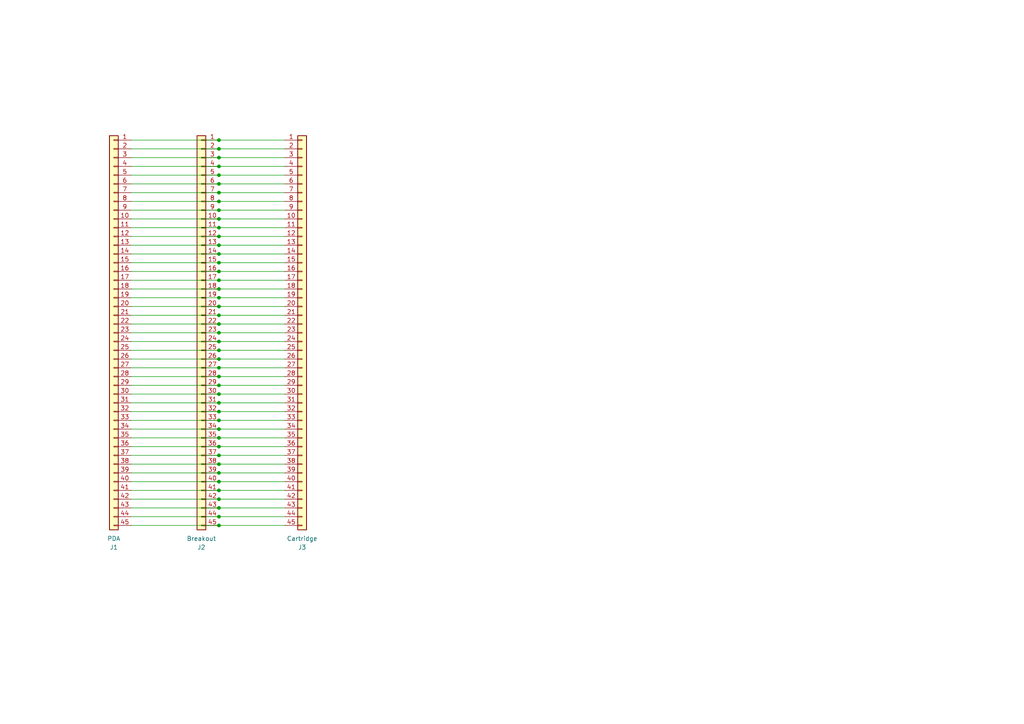
<source format=kicad_sch>
(kicad_sch (version 20231120) (generator "eeschema") (generator_version "8.0")
  (paper "A4")
  (lib_symbols
    (symbol "Connector_Generic:Conn_01x45" (pin_names (offset 1.016) hide)
      (property "Reference" "J" (at 0 58.42 0))
      (property "Value" "Conn_01x45" (at 0 -58.42 0))
      (symbol "Conn_01x45_1_1"
        (rectangle (start -1.27 -55.753) (end 0 -56.007) (stroke (width 0.1524)))
        (rectangle (start -1.27 -53.213) (end 0 -53.467) (stroke (width 0.1524)))
        (rectangle (start -1.27 -50.673) (end 0 -50.927) (stroke (width 0.1524)))
        (rectangle (start -1.27 -48.133) (end 0 -48.387) (stroke (width 0.1524)))
        (rectangle (start -1.27 -45.593) (end 0 -45.847) (stroke (width 0.1524)))
        (rectangle (start -1.27 -43.053) (end 0 -43.307) (stroke (width 0.1524)))
        (rectangle (start -1.27 -40.513) (end 0 -40.767) (stroke (width 0.1524)))
        (rectangle (start -1.27 -37.973) (end 0 -38.227) (stroke (width 0.1524)))
        (rectangle (start -1.27 -35.433) (end 0 -35.687) (stroke (width 0.1524)))
        (rectangle (start -1.27 -32.893) (end 0 -33.147) (stroke (width 0.1524)))
        (rectangle (start -1.27 -30.353) (end 0 -30.607) (stroke (width 0.1524)))
        (rectangle (start -1.27 -27.813) (end 0 -28.067) (stroke (width 0.1524)))
        (rectangle (start -1.27 -25.273) (end 0 -25.527) (stroke (width 0.1524)))
        (rectangle (start -1.27 -22.733) (end 0 -22.987) (stroke (width 0.1524)))
        (rectangle (start -1.27 -20.193) (end 0 -20.447) (stroke (width 0.1524)))
        (rectangle (start -1.27 -17.653) (end 0 -17.907) (stroke (width 0.1524)))
        (rectangle (start -1.27 -15.113) (end 0 -15.367) (stroke (width 0.1524)))
        (rectangle (start -1.27 -12.573) (end 0 -12.827) (stroke (width 0.1524)))
        (rectangle (start -1.27 -10.033) (end 0 -10.287) (stroke (width 0.1524)))
        (rectangle (start -1.27 -7.493) (end 0 -7.747) (stroke (width 0.1524)))
        (rectangle (start -1.27 -4.953) (end 0 -5.207) (stroke (width 0.1524)))
        (rectangle (start -1.27 -2.413) (end 0 -2.667) (stroke (width 0.1524)))
        (rectangle (start -1.27 0.127) (end 0 -0.127) (stroke (width 0.1524)))
        (rectangle (start -1.27 2.667) (end 0 2.413) (stroke (width 0.1524)))
        (rectangle (start -1.27 5.207) (end 0 4.953) (stroke (width 0.1524)))
        (rectangle (start -1.27 7.747) (end 0 7.493) (stroke (width 0.1524)))
        (rectangle (start -1.27 10.287) (end 0 10.033) (stroke (width 0.1524)))
        (rectangle (start -1.27 12.827) (end 0 12.573) (stroke (width 0.1524)))
        (rectangle (start -1.27 15.367) (end 0 15.113) (stroke (width 0.1524)))
        (rectangle (start -1.27 17.907) (end 0 17.653) (stroke (width 0.1524)))
        (rectangle (start -1.27 20.447) (end 0 20.193) (stroke (width 0.1524)))
        (rectangle (start -1.27 22.987) (end 0 22.733) (stroke (width 0.1524)))
        (rectangle (start -1.27 25.527) (end 0 25.273) (stroke (width 0.1524)))
        (rectangle (start -1.27 28.067) (end 0 27.813) (stroke (width 0.1524)))
        (rectangle (start -1.27 30.607) (end 0 30.353) (stroke (width 0.1524)))
        (rectangle (start -1.27 33.147) (end 0 32.893) (stroke (width 0.1524)))
        (rectangle (start -1.27 35.687) (end 0 35.433) (stroke (width 0.1524)))
        (rectangle (start -1.27 38.227) (end 0 37.973) (stroke (width 0.1524)))
        (rectangle (start -1.27 40.767) (end 0 40.513) (stroke (width 0.1524)))
        (rectangle (start -1.27 43.307) (end 0 43.053) (stroke (width 0.1524)))
        (rectangle (start -1.27 45.847) (end 0 45.593) (stroke (width 0.1524)))
        (rectangle (start -1.27 48.387) (end 0 48.133) (stroke (width 0.1524)))
        (rectangle (start -1.27 50.927) (end 0 50.673) (stroke (width 0.1524)))
        (rectangle (start -1.27 53.467) (end 0 53.213) (stroke (width 0.1524)))
        (rectangle (start -1.27 56.007) (end 0 55.753) (stroke (width 0.1524)))
        (rectangle (start -1.27 57.15) (end 1.27 -57.15) (stroke (width 0.254)) (fill (type background)))
        (pin passive line (at -5.08 55.88 0) (length 3.81) (name "Pin_1") (number "1"))
        (pin passive line (at -5.08 33.02 0) (length 3.81) (name "Pin_10") (number "10"))
        (pin passive line (at -5.08 30.48 0) (length 3.81) (name "Pin_11") (number "11"))
        (pin passive line (at -5.08 27.94 0) (length 3.81) (name "Pin_12") (number "12"))
        (pin passive line (at -5.08 25.4 0) (length 3.81) (name "Pin_13") (number "13"))
        (pin passive line (at -5.08 22.86 0) (length 3.81) (name "Pin_14") (number "14"))
        (pin passive line (at -5.08 20.32 0) (length 3.81) (name "Pin_15") (number "15"))
        (pin passive line (at -5.08 17.78 0) (length 3.81) (name "Pin_16") (number "16"))
        (pin passive line (at -5.08 15.24 0) (length 3.81) (name "Pin_17") (number "17"))
        (pin passive line (at -5.08 12.7 0) (length 3.81) (name "Pin_18") (number "18"))
        (pin passive line (at -5.08 10.16 0) (length 3.81) (name "Pin_19") (number "19"))
        (pin passive line (at -5.08 53.34 0) (length 3.81) (name "Pin_2") (number "2"))
        (pin passive line (at -5.08 7.62 0) (length 3.81) (name "Pin_20") (number "20"))
        (pin passive line (at -5.08 5.08 0) (length 3.81) (name "Pin_21") (number "21"))
        (pin passive line (at -5.08 2.54 0) (length 3.81) (name "Pin_22") (number "22"))
        (pin passive line (at -5.08 0 0) (length 3.81) (name "Pin_23") (number "23"))
        (pin passive line (at -5.08 -2.54 0) (length 3.81) (name "Pin_24") (number "24"))
        (pin passive line (at -5.08 -5.08 0) (length 3.81) (name "Pin_25") (number "25"))
        (pin passive line (at -5.08 -7.62 0) (length 3.81) (name "Pin_26") (number "26"))
        (pin passive line (at -5.08 -10.16 0) (length 3.81) (name "Pin_27") (number "27"))
        (pin passive line (at -5.08 -12.7 0) (length 3.81) (name "Pin_28") (number "28"))
        (pin passive line (at -5.08 -15.24 0) (length 3.81) (name "Pin_29") (number "29"))
        (pin passive line (at -5.08 50.8 0) (length 3.81) (name "Pin_3") (number "3"))
        (pin passive line (at -5.08 -17.78 0) (length 3.81) (name "Pin_30") (number "30"))
        (pin passive line (at -5.08 -20.32 0) (length 3.81) (name "Pin_31") (number "31"))
        (pin passive line (at -5.08 -22.86 0) (length 3.81) (name "Pin_32") (number "32"))
        (pin passive line (at -5.08 -25.4 0) (length 3.81) (name "Pin_33") (number "33"))
        (pin passive line (at -5.08 -27.94 0) (length 3.81) (name "Pin_34") (number "34"))
        (pin passive line (at -5.08 -30.48 0) (length 3.81) (name "Pin_35") (number "35"))
        (pin passive line (at -5.08 -33.02 0) (length 3.81) (name "Pin_36") (number "36"))
        (pin passive line (at -5.08 -35.56 0) (length 3.81) (name "Pin_37") (number "37"))
        (pin passive line (at -5.08 -38.1 0) (length 3.81) (name "Pin_38") (number "38"))
        (pin passive line (at -5.08 -40.64 0) (length 3.81) (name "Pin_39") (number "39"))
        (pin passive line (at -5.08 48.26 0) (length 3.81) (name "Pin_4") (number "4"))
        (pin passive line (at -5.08 -43.18 0) (length 3.81) (name "Pin_40") (number "40"))
        (pin passive line (at -5.08 -45.72 0) (length 3.81) (name "Pin_41") (number "41"))
        (pin passive line (at -5.08 -48.26 0) (length 3.81) (name "Pin_42") (number "42"))
        (pin passive line (at -5.08 -50.8 0) (length 3.81) (name "Pin_43") (number "43"))
        (pin passive line (at -5.08 -53.34 0) (length 3.81) (name "Pin_44") (number "44"))
        (pin passive line (at -5.08 -55.88 0) (length 3.81) (name "Pin_45") (number "45"))
        (pin passive line (at -5.08 45.72 0) (length 3.81) (name "Pin_5") (number "5"))
        (pin passive line (at -5.08 43.18 0) (length 3.81) (name "Pin_6") (number "6"))
        (pin passive line (at -5.08 40.64 0) (length 3.81) (name "Pin_7") (number "7"))
        (pin passive line (at -5.08 38.1 0) (length 3.81) (name "Pin_8") (number "8"))
        (pin passive line (at -5.08 35.56 0) (length 3.81) (name "Pin_9") (number "9"))
      )
    )
  )
  (junction (at 63.5 50.8))
  (junction (at 63.5 55.88))
  (junction (at 63.5 104.14))
  (junction (at 63.5 132.08))
  (junction (at 63.5 40.64))
  (junction (at 63.5 53.34))
  (junction (at 63.5 124.46))
  (junction (at 63.5 73.66))
  (junction (at 63.5 91.44))
  (junction (at 63.5 137.16))
  (junction (at 63.5 96.52))
  (junction (at 63.5 66.04))
  (junction (at 63.5 147.32))
  (junction (at 63.5 83.82))
  (junction (at 63.5 144.78))
  (junction (at 63.5 60.96))
  (junction (at 63.5 99.06))
  (junction (at 63.5 142.24))
  (junction (at 63.5 63.5))
  (junction (at 63.5 121.92))
  (junction (at 63.5 81.28))
  (junction (at 63.5 119.38))
  (junction (at 63.5 78.74))
  (junction (at 63.5 86.36))
  (junction (at 63.5 139.7))
  (junction (at 63.5 152.4))
  (junction (at 63.5 106.68))
  (junction (at 63.5 127))
  (junction (at 63.5 88.9))
  (junction (at 63.5 48.26))
  (junction (at 63.5 116.84))
  (junction (at 63.5 58.42))
  (junction (at 63.5 71.12))
  (junction (at 63.5 43.18))
  (junction (at 63.5 129.54))
  (junction (at 63.5 68.58))
  (junction (at 63.5 114.3))
  (junction (at 63.5 111.76))
  (junction (at 63.5 149.86))
  (junction (at 63.5 134.62))
  (junction (at 63.5 109.22))
  (junction (at 63.5 93.98))
  (junction (at 63.5 76.2))
  (junction (at 63.5 45.72))
  (junction (at 63.5 101.6))
  (wire (pts (xy 63.5 149.86) (xy 82.55 149.86)))
  (wire (pts (xy 38.1 96.52) (xy 63.5 96.52)))
  (wire (pts (xy 38.1 116.84) (xy 63.5 116.84)))
  (wire (pts (xy 63.5 134.62) (xy 82.55 134.62)))
  (wire (pts (xy 63.5 144.78) (xy 82.55 144.78)))
  (wire (pts (xy 63.5 129.54) (xy 82.55 129.54)))
  (wire (pts (xy 38.1 50.8) (xy 63.5 50.8)))
  (wire (pts (xy 63.5 76.2) (xy 82.55 76.2)))
  (wire (pts (xy 38.1 134.62) (xy 63.5 134.62)))
  (wire (pts (xy 63.5 40.64) (xy 82.55 40.64)))
  (wire (pts (xy 38.1 48.26) (xy 63.5 48.26)))
  (wire (pts (xy 63.5 101.6) (xy 82.55 101.6)))
  (wire (pts (xy 63.5 124.46) (xy 82.55 124.46)))
  (wire (pts (xy 63.5 109.22) (xy 82.55 109.22)))
  (wire (pts (xy 63.5 142.24) (xy 82.55 142.24)))
  (wire (pts (xy 63.5 139.7) (xy 82.55 139.7)))
  (wire (pts (xy 38.1 83.82) (xy 63.5 83.82)))
  (wire (pts (xy 63.5 119.38) (xy 82.55 119.38)))
  (wire (pts (xy 38.1 109.22) (xy 63.5 109.22)))
  (wire (pts (xy 38.1 40.64) (xy 63.5 40.64)))
  (wire (pts (xy 63.5 63.5) (xy 82.55 63.5)))
  (wire (pts (xy 38.1 127) (xy 63.5 127)))
  (wire (pts (xy 38.1 111.76) (xy 63.5 111.76)))
  (wire (pts (xy 38.1 73.66) (xy 63.5 73.66)))
  (wire (pts (xy 38.1 76.2) (xy 63.5 76.2)))
  (wire (pts (xy 63.5 81.28) (xy 82.55 81.28)))
  (wire (pts (xy 63.5 71.12) (xy 82.55 71.12)))
  (wire (pts (xy 38.1 106.68) (xy 63.5 106.68)))
  (wire (pts (xy 63.5 121.92) (xy 82.55 121.92)))
  (wire (pts (xy 63.5 43.18) (xy 82.55 43.18)))
  (wire (pts (xy 38.1 137.16) (xy 63.5 137.16)))
  (wire (pts (xy 63.5 83.82) (xy 82.55 83.82)))
  (wire (pts (xy 38.1 91.44) (xy 63.5 91.44)))
  (wire (pts (xy 38.1 124.46) (xy 63.5 124.46)))
  (wire (pts (xy 38.1 152.4) (xy 63.5 152.4)))
  (wire (pts (xy 63.5 55.88) (xy 82.55 55.88)))
  (wire (pts (xy 38.1 132.08) (xy 63.5 132.08)))
  (wire (pts (xy 38.1 66.04) (xy 63.5 66.04)))
  (wire (pts (xy 63.5 99.06) (xy 82.55 99.06)))
  (wire (pts (xy 63.5 114.3) (xy 82.55 114.3)))
  (wire (pts (xy 38.1 58.42) (xy 63.5 58.42)))
  (wire (pts (xy 38.1 129.54) (xy 63.5 129.54)))
  (wire (pts (xy 38.1 99.06) (xy 63.5 99.06)))
  (wire (pts (xy 63.5 96.52) (xy 82.55 96.52)))
  (wire (pts (xy 63.5 152.4) (xy 82.55 152.4)))
  (wire (pts (xy 38.1 114.3) (xy 63.5 114.3)))
  (wire (pts (xy 38.1 93.98) (xy 63.5 93.98)))
  (wire (pts (xy 63.5 91.44) (xy 82.55 91.44)))
  (wire (pts (xy 38.1 101.6) (xy 63.5 101.6)))
  (wire (pts (xy 63.5 104.14) (xy 82.55 104.14)))
  (wire (pts (xy 38.1 78.74) (xy 63.5 78.74)))
  (wire (pts (xy 38.1 71.12) (xy 63.5 71.12)))
  (wire (pts (xy 63.5 50.8) (xy 82.55 50.8)))
  (wire (pts (xy 38.1 55.88) (xy 63.5 55.88)))
  (wire (pts (xy 63.5 106.68) (xy 82.55 106.68)))
  (wire (pts (xy 38.1 86.36) (xy 63.5 86.36)))
  (wire (pts (xy 63.5 86.36) (xy 82.55 86.36)))
  (wire (pts (xy 38.1 45.72) (xy 63.5 45.72)))
  (wire (pts (xy 38.1 142.24) (xy 63.5 142.24)))
  (wire (pts (xy 63.5 73.66) (xy 82.55 73.66)))
  (wire (pts (xy 63.5 66.04) (xy 82.55 66.04)))
  (wire (pts (xy 38.1 144.78) (xy 63.5 144.78)))
  (wire (pts (xy 38.1 88.9) (xy 63.5 88.9)))
  (wire (pts (xy 63.5 78.74) (xy 82.55 78.74)))
  (wire (pts (xy 38.1 139.7) (xy 63.5 139.7)))
  (wire (pts (xy 38.1 149.86) (xy 63.5 149.86)))
  (wire (pts (xy 63.5 60.96) (xy 82.55 60.96)))
  (wire (pts (xy 38.1 147.32) (xy 63.5 147.32)))
  (wire (pts (xy 63.5 88.9) (xy 82.55 88.9)))
  (wire (pts (xy 63.5 137.16) (xy 82.55 137.16)))
  (wire (pts (xy 38.1 53.34) (xy 63.5 53.34)))
  (wire (pts (xy 63.5 147.32) (xy 82.55 147.32)))
  (wire (pts (xy 38.1 68.58) (xy 63.5 68.58)))
  (wire (pts (xy 63.5 53.34) (xy 82.55 53.34)))
  (wire (pts (xy 38.1 63.5) (xy 63.5 63.5)))
  (wire (pts (xy 63.5 68.58) (xy 82.55 68.58)))
  (wire (pts (xy 63.5 45.72) (xy 82.55 45.72)))
  (wire (pts (xy 63.5 127) (xy 82.55 127)))
  (wire (pts (xy 38.1 60.96) (xy 63.5 60.96)))
  (wire (pts (xy 38.1 81.28) (xy 63.5 81.28)))
  (wire (pts (xy 63.5 48.26) (xy 82.55 48.26)))
  (wire (pts (xy 63.5 116.84) (xy 82.55 116.84)))
  (wire (pts (xy 38.1 121.92) (xy 63.5 121.92)))
  (wire (pts (xy 63.5 111.76) (xy 82.55 111.76)))
  (wire (pts (xy 38.1 104.14) (xy 63.5 104.14)))
  (wire (pts (xy 63.5 93.98) (xy 82.55 93.98)))
  (wire (pts (xy 63.5 58.42) (xy 82.55 58.42)))
  (wire (pts (xy 38.1 43.18) (xy 63.5 43.18)))
  (wire (pts (xy 38.1 119.38) (xy 63.5 119.38)))
  (wire (pts (xy 63.5 132.08) (xy 82.55 132.08)))
  (symbol (lib_id "Connector_Generic:Conn_01x45") (at 87.63 96.52 0) (unit 1)
    (property "Reference" "J3" (at 87.63 158.75 0))
    (property "Value" "Cartridge" (at 87.63 156.21 0))
    (property "Footprint" "Project footprints:PinHeader_1x45_P1.00mm_Horizontal_SMD" (effects (hide yes)))
    (property "Description" "\"Generic connector, single row, 01x45, script generated\"" (effects (hide yes)))
  )
  (symbol (lib_id "Connector_Generic:Conn_01x45") (at 33.02 96.52 0) (mirror y) (unit 1)
    (property "Reference" "J1" (at 33.02 158.75 0))
    (property "Value" "PDA" (at 33.02 156.21 0))
    (property "Footprint" "Project footprints:PinSocket_1x45_P1.00mm_Horizontal_SMD" (effects (hide yes)))
    (property "Description" "\"Generic connector, single row, 01x45, script generated\"" (effects (hide yes)))
  )
  (symbol (lib_id "Connector_Generic:Conn_01x45") (at 58.42 96.52 0) (mirror y) (unit 1)
    (property "Reference" "J2" (at 58.42 158.75 0))
    (property "Value" "Breakout" (at 58.42 156.21 0))
    (property "Footprint" "Connector_IDC:IDC-Header_2x25_P2.54mm_Vertical" (effects (hide yes)))
    (property "Description" "\"Generic connector, single row, 01x45, script generated\"" (effects (hide yes)))
  )
)
</source>
